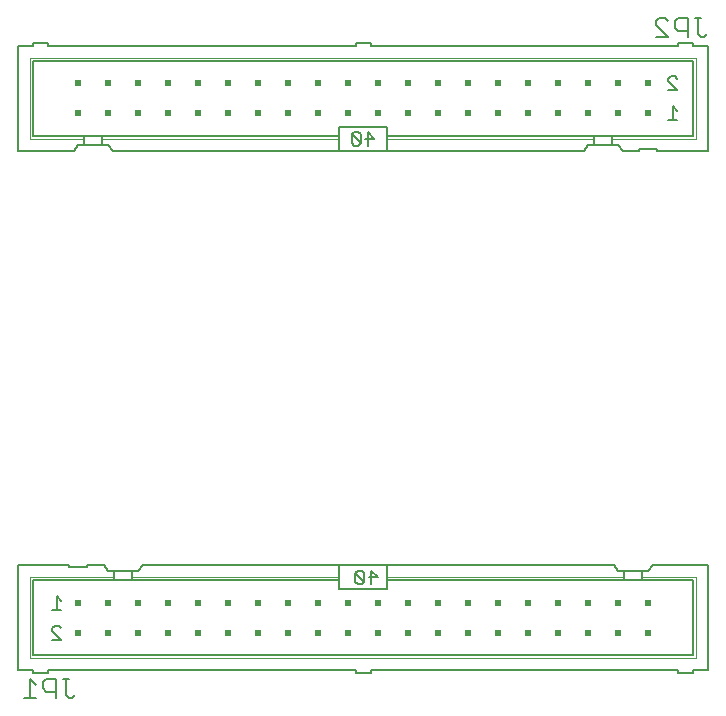
<source format=gbo>
G75*
G70*
%OFA0B0*%
%FSLAX24Y24*%
%IPPOS*%
%LPD*%
%AMOC8*
5,1,8,0,0,1.08239X$1,22.5*
%
%ADD10C,0.0060*%
%ADD11C,0.0020*%
%ADD12C,0.0070*%
%ADD13C,0.0050*%
%ADD14R,0.0200X0.0200*%
D10*
X015655Y001283D02*
X015655Y004783D01*
X017355Y004783D01*
X017355Y004733D01*
X017955Y004733D01*
X017955Y004783D01*
X018505Y004783D01*
X018655Y004583D01*
X018855Y004583D01*
X019455Y004583D01*
X019655Y004583D01*
X019805Y004783D01*
X026355Y004783D01*
X026355Y004383D01*
X026355Y004283D01*
X019455Y004283D01*
X018855Y004283D01*
X016155Y004283D01*
X016155Y001783D01*
X038155Y001783D01*
X038155Y004283D01*
X036455Y004283D01*
X035855Y004283D01*
X027955Y004283D01*
X027955Y004383D01*
X027955Y004783D01*
X026355Y004783D01*
X026355Y004283D02*
X026355Y003983D01*
X027955Y003983D01*
X027955Y004283D01*
X027955Y004783D02*
X035505Y004783D01*
X035655Y004583D01*
X035855Y004583D01*
X036455Y004583D01*
X036455Y004383D01*
X036455Y004283D01*
X036455Y004583D02*
X036655Y004583D01*
X036805Y004783D01*
X038655Y004783D01*
X038655Y001283D01*
X038155Y001283D01*
X038155Y001183D01*
X037655Y001183D01*
X037655Y001283D01*
X027405Y001283D01*
X027405Y001183D01*
X026905Y001183D01*
X026905Y001283D01*
X016655Y001283D01*
X016655Y001183D01*
X016155Y001183D01*
X016155Y001283D01*
X015655Y001283D01*
X018855Y004283D02*
X018855Y004383D01*
X018855Y004583D01*
X019455Y004583D02*
X019455Y004383D01*
X019455Y004283D01*
X035855Y004283D02*
X035855Y004383D01*
X035855Y004583D01*
X035805Y018606D02*
X035655Y018806D01*
X035455Y018806D01*
X034855Y018806D01*
X034655Y018806D01*
X034505Y018606D01*
X027955Y018606D01*
X027955Y019006D01*
X027955Y019106D01*
X034855Y019106D01*
X035455Y019106D01*
X038155Y019106D01*
X038155Y021606D01*
X016155Y021606D01*
X016155Y019106D01*
X017855Y019106D01*
X018455Y019106D01*
X026355Y019106D01*
X026355Y019006D01*
X026355Y018606D01*
X027955Y018606D01*
X027955Y019106D02*
X027955Y019406D01*
X026355Y019406D01*
X026355Y019106D01*
X026355Y018606D02*
X018805Y018606D01*
X018655Y018806D01*
X018455Y018806D01*
X017855Y018806D01*
X017855Y019006D01*
X017855Y019106D01*
X018455Y019106D02*
X018455Y019006D01*
X018455Y018806D01*
X017855Y018806D02*
X017655Y018806D01*
X017505Y018606D01*
X015655Y018606D01*
X015655Y022106D01*
X016155Y022106D01*
X016155Y022206D01*
X016655Y022206D01*
X016655Y022106D01*
X026905Y022106D01*
X026905Y022206D01*
X027405Y022206D01*
X027405Y022106D01*
X037655Y022106D01*
X037655Y022206D01*
X038155Y022206D01*
X038155Y022106D01*
X038655Y022106D01*
X038655Y018606D01*
X036955Y018606D01*
X036955Y018656D01*
X036355Y018656D01*
X036355Y018606D01*
X035805Y018606D01*
X035455Y018806D02*
X035455Y019006D01*
X035455Y019106D01*
X034855Y019106D02*
X034855Y019006D01*
X034855Y018806D01*
D11*
X034855Y019006D02*
X027955Y019006D01*
X026355Y019006D02*
X018455Y019006D01*
X017855Y019006D02*
X016055Y019006D01*
X016055Y021706D01*
X038255Y021706D01*
X038255Y019006D01*
X035455Y019006D01*
X035855Y004383D02*
X027955Y004383D01*
X026355Y004383D02*
X019455Y004383D01*
X018855Y004383D02*
X016055Y004383D01*
X016055Y001683D01*
X038255Y001683D01*
X038255Y004383D01*
X036455Y004383D01*
D12*
X017553Y000473D02*
X017448Y000368D01*
X017343Y000368D01*
X017238Y000473D01*
X017238Y000999D01*
X017343Y000999D02*
X017133Y000999D01*
X016909Y000999D02*
X016593Y000999D01*
X016488Y000894D01*
X016488Y000684D01*
X016593Y000579D01*
X016909Y000579D01*
X016909Y000368D02*
X016909Y000999D01*
X016264Y000789D02*
X016054Y000999D01*
X016054Y000368D01*
X016264Y000368D02*
X015844Y000368D01*
X036910Y022391D02*
X037330Y022391D01*
X036910Y022812D01*
X036910Y022917D01*
X037015Y023022D01*
X037225Y023022D01*
X037330Y022917D01*
X037555Y022917D02*
X037555Y022706D01*
X037660Y022601D01*
X037975Y022601D01*
X037975Y022391D02*
X037975Y023022D01*
X037660Y023022D01*
X037555Y022917D01*
X038199Y023022D02*
X038409Y023022D01*
X038304Y023022D02*
X038304Y022496D01*
X038409Y022391D01*
X038514Y022391D01*
X038620Y022496D01*
D13*
X037554Y021082D02*
X037404Y021082D01*
X037329Y021006D01*
X037329Y020931D01*
X037630Y020631D01*
X037329Y020631D01*
X037630Y021006D02*
X037554Y021082D01*
X037479Y020082D02*
X037479Y019631D01*
X037329Y019631D02*
X037630Y019631D01*
X037630Y019931D02*
X037479Y020082D01*
X027530Y019006D02*
X027229Y019006D01*
X027069Y018856D02*
X026769Y019156D01*
X026769Y018856D01*
X026844Y018781D01*
X026994Y018781D01*
X027069Y018856D01*
X027069Y019156D01*
X026994Y019232D01*
X026844Y019232D01*
X026769Y019156D01*
X027304Y019232D02*
X027530Y019006D01*
X027304Y018781D02*
X027304Y019232D01*
X027425Y004609D02*
X027650Y004384D01*
X027350Y004384D01*
X027190Y004534D02*
X027190Y004233D01*
X026890Y004534D01*
X026890Y004233D01*
X026965Y004158D01*
X027115Y004158D01*
X027190Y004233D01*
X027425Y004158D02*
X027425Y004609D01*
X027190Y004534D02*
X027115Y004609D01*
X026965Y004609D01*
X026890Y004534D01*
X017090Y003609D02*
X016940Y003759D01*
X016940Y003308D01*
X017090Y003308D02*
X016790Y003308D01*
X016865Y002759D02*
X017015Y002759D01*
X017090Y002684D01*
X016865Y002759D02*
X016790Y002684D01*
X016790Y002609D01*
X017090Y002308D01*
X016790Y002308D01*
D14*
X017655Y002533D03*
X018655Y002533D03*
X019655Y002533D03*
X020655Y002533D03*
X021655Y002533D03*
X022655Y002533D03*
X023655Y002533D03*
X024655Y002533D03*
X025655Y002533D03*
X026655Y002533D03*
X027655Y002533D03*
X028655Y002533D03*
X029655Y002533D03*
X030655Y002533D03*
X031655Y002533D03*
X032655Y002533D03*
X033655Y002533D03*
X034655Y002533D03*
X035655Y002533D03*
X036655Y002533D03*
X036655Y003533D03*
X035655Y003533D03*
X034655Y003533D03*
X033655Y003533D03*
X032655Y003533D03*
X031655Y003533D03*
X030655Y003533D03*
X029655Y003533D03*
X028655Y003533D03*
X027655Y003533D03*
X026655Y003533D03*
X025655Y003533D03*
X024655Y003533D03*
X023655Y003533D03*
X022655Y003533D03*
X021655Y003533D03*
X020655Y003533D03*
X019655Y003533D03*
X018655Y003533D03*
X017655Y003533D03*
X017655Y019856D03*
X018655Y019856D03*
X019655Y019856D03*
X020655Y019856D03*
X021655Y019856D03*
X022655Y019856D03*
X023655Y019856D03*
X024655Y019856D03*
X025655Y019856D03*
X026655Y019856D03*
X027655Y019856D03*
X028655Y019856D03*
X029655Y019856D03*
X030655Y019856D03*
X031655Y019856D03*
X032655Y019856D03*
X033655Y019856D03*
X034655Y019856D03*
X035655Y019856D03*
X036655Y019856D03*
X036655Y020856D03*
X035655Y020856D03*
X034655Y020856D03*
X033655Y020856D03*
X032655Y020856D03*
X031655Y020856D03*
X030655Y020856D03*
X029655Y020856D03*
X028655Y020856D03*
X027655Y020856D03*
X026655Y020856D03*
X025655Y020856D03*
X024655Y020856D03*
X023655Y020856D03*
X022655Y020856D03*
X021655Y020856D03*
X020655Y020856D03*
X019655Y020856D03*
X018655Y020856D03*
X017655Y020856D03*
M02*

</source>
